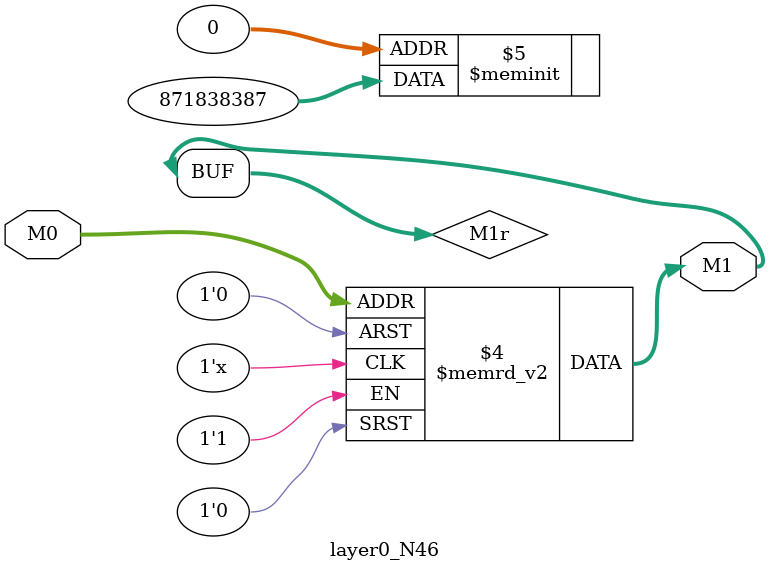
<source format=v>
module layer0_N46 ( input [3:0] M0, output [1:0] M1 );

	(*rom_style = "distributed" *) reg [1:0] M1r;
	assign M1 = M1r;
	always @ (M0) begin
		case (M0)
			4'b0000: M1r = 2'b11;
			4'b1000: M1r = 2'b11;
			4'b0100: M1r = 2'b10;
			4'b1100: M1r = 2'b11;
			4'b0010: M1r = 2'b11;
			4'b1010: M1r = 2'b11;
			4'b0110: M1r = 2'b11;
			4'b1110: M1r = 2'b11;
			4'b0001: M1r = 2'b00;
			4'b1001: M1r = 2'b01;
			4'b0101: M1r = 2'b00;
			4'b1101: M1r = 2'b00;
			4'b0011: M1r = 2'b10;
			4'b1011: M1r = 2'b11;
			4'b0111: M1r = 2'b00;
			4'b1111: M1r = 2'b00;

		endcase
	end
endmodule

</source>
